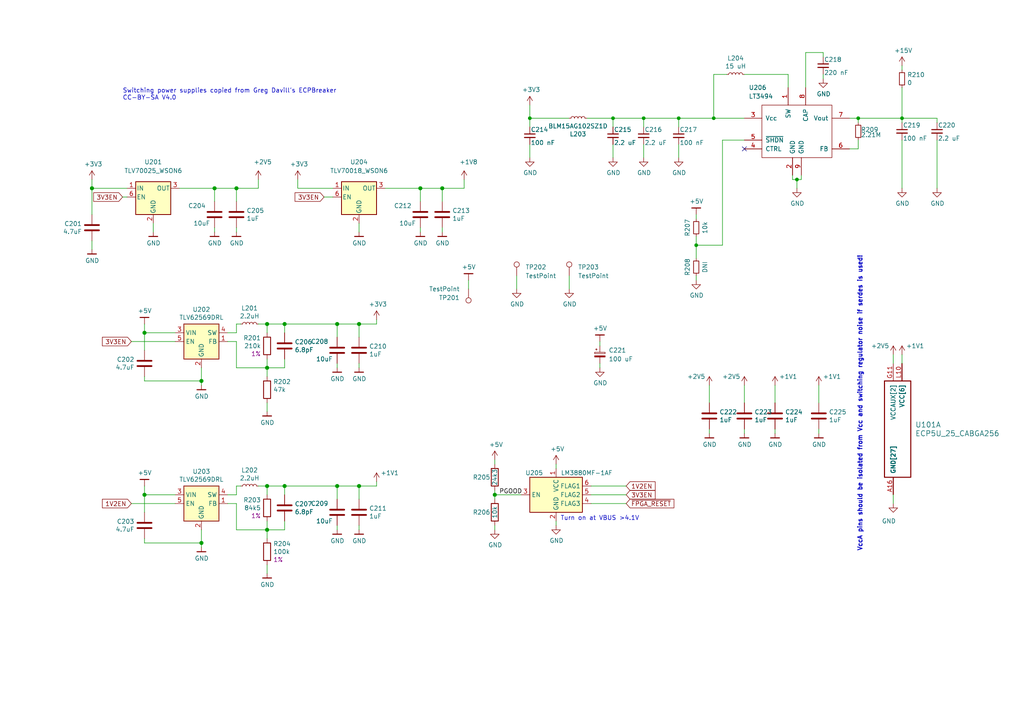
<source format=kicad_sch>
(kicad_sch (version 20201015) (generator eeschema)
  (paper "A4")
  (junction (at 26.67 54.61) (diameter 1.016))
  (junction (at 41.91 96.52) (diameter 1.016))
  (junction (at 41.91 143.51) (diameter 1.016))
  (junction (at 58.42 110.49) (diameter 1.016))
  (junction (at 58.42 157.48) (diameter 1.016))
  (junction (at 62.23 54.61) (diameter 1.016))
  (junction (at 68.58 54.61) (diameter 1.016))
  (junction (at 77.47 93.98) (diameter 1.016))
  (junction (at 77.47 106.68) (diameter 1.016))
  (junction (at 77.47 140.97) (diameter 1.016))
  (junction (at 77.47 153.67) (diameter 1.016))
  (junction (at 82.55 93.98) (diameter 1.016))
  (junction (at 82.55 140.97) (diameter 1.016))
  (junction (at 97.79 93.98) (diameter 1.016))
  (junction (at 97.79 140.97) (diameter 1.016))
  (junction (at 104.14 93.98) (diameter 1.016))
  (junction (at 104.14 140.97) (diameter 1.016))
  (junction (at 121.92 54.61) (diameter 1.016))
  (junction (at 128.27 54.61) (diameter 1.016))
  (junction (at 143.51 143.51) (diameter 1.016))
  (junction (at 153.67 34.29) (diameter 0.9144))
  (junction (at 177.8 34.29) (diameter 0.9144))
  (junction (at 186.69 34.29) (diameter 0.9144))
  (junction (at 196.85 34.29) (diameter 0.9144))
  (junction (at 201.93 71.12) (diameter 0.9144))
  (junction (at 207.01 34.29) (diameter 0.9144))
  (junction (at 231.14 52.07) (diameter 0.9144))
  (junction (at 248.92 34.29) (diameter 0.9144))
  (junction (at 261.62 34.29) (diameter 0.9144))
  (no_connect (at 215.9 43.18))
  (wire (pts (xy 26.67 52.07) (xy 26.67 54.61)))
  (wire (pts (xy 26.67 54.61) (xy 26.67 62.23)))
  (wire (pts (xy 26.67 54.61) (xy 36.83 54.61)))
  (wire (pts (xy 26.67 69.85) (xy 26.67 72.39)))
  (wire (pts (xy 35.56 57.15) (xy 36.83 57.15)))
  (wire (pts (xy 38.1 99.06) (xy 50.8 99.06)))
  (wire (pts (xy 38.1 146.05) (xy 50.8 146.05)))
  (wire (pts (xy 41.91 93.98) (xy 41.91 96.52)))
  (wire (pts (xy 41.91 96.52) (xy 41.91 101.6)))
  (wire (pts (xy 41.91 96.52) (xy 50.8 96.52)))
  (wire (pts (xy 41.91 109.22) (xy 41.91 110.49)))
  (wire (pts (xy 41.91 110.49) (xy 58.42 110.49)))
  (wire (pts (xy 41.91 140.97) (xy 41.91 143.51)))
  (wire (pts (xy 41.91 143.51) (xy 41.91 148.59)))
  (wire (pts (xy 41.91 143.51) (xy 50.8 143.51)))
  (wire (pts (xy 41.91 156.21) (xy 41.91 157.48)))
  (wire (pts (xy 41.91 157.48) (xy 58.42 157.48)))
  (wire (pts (xy 44.45 64.77) (xy 44.45 67.31)))
  (wire (pts (xy 52.07 54.61) (xy 62.23 54.61)))
  (wire (pts (xy 58.42 106.68) (xy 58.42 110.49)))
  (wire (pts (xy 58.42 110.49) (xy 58.42 111.76)))
  (wire (pts (xy 58.42 153.67) (xy 58.42 157.48)))
  (wire (pts (xy 58.42 157.48) (xy 58.42 158.75)))
  (wire (pts (xy 62.23 54.61) (xy 68.58 54.61)))
  (wire (pts (xy 62.23 58.42) (xy 62.23 54.61)))
  (wire (pts (xy 62.23 66.04) (xy 62.23 67.31)))
  (wire (pts (xy 68.58 54.61) (xy 68.58 58.42)))
  (wire (pts (xy 68.58 54.61) (xy 74.93 54.61)))
  (wire (pts (xy 68.58 66.04) (xy 68.58 67.31)))
  (wire (pts (xy 68.58 93.98) (xy 68.58 96.52)))
  (wire (pts (xy 68.58 93.98) (xy 69.85 93.98)))
  (wire (pts (xy 68.58 96.52) (xy 66.04 96.52)))
  (wire (pts (xy 68.58 99.06) (xy 66.04 99.06)))
  (wire (pts (xy 68.58 106.68) (xy 68.58 99.06)))
  (wire (pts (xy 68.58 140.97) (xy 68.58 143.51)))
  (wire (pts (xy 68.58 140.97) (xy 69.85 140.97)))
  (wire (pts (xy 68.58 143.51) (xy 66.04 143.51)))
  (wire (pts (xy 68.58 146.05) (xy 66.04 146.05)))
  (wire (pts (xy 68.58 153.67) (xy 68.58 146.05)))
  (wire (pts (xy 68.58 153.67) (xy 77.47 153.67)))
  (wire (pts (xy 74.93 52.07) (xy 74.93 54.61)))
  (wire (pts (xy 74.93 93.98) (xy 77.47 93.98)))
  (wire (pts (xy 74.93 140.97) (xy 77.47 140.97)))
  (wire (pts (xy 77.47 93.98) (xy 77.47 96.52)))
  (wire (pts (xy 77.47 93.98) (xy 82.55 93.98)))
  (wire (pts (xy 77.47 104.14) (xy 77.47 106.68)))
  (wire (pts (xy 77.47 106.68) (xy 68.58 106.68)))
  (wire (pts (xy 77.47 106.68) (xy 77.47 109.22)))
  (wire (pts (xy 77.47 116.84) (xy 77.47 119.38)))
  (wire (pts (xy 77.47 140.97) (xy 77.47 143.51)))
  (wire (pts (xy 77.47 140.97) (xy 82.55 140.97)))
  (wire (pts (xy 77.47 151.13) (xy 77.47 153.67)))
  (wire (pts (xy 77.47 153.67) (xy 77.47 156.21)))
  (wire (pts (xy 77.47 163.83) (xy 77.47 166.37)))
  (wire (pts (xy 82.55 93.98) (xy 82.55 96.52)))
  (wire (pts (xy 82.55 93.98) (xy 97.79 93.98)))
  (wire (pts (xy 82.55 104.14) (xy 82.55 106.68)))
  (wire (pts (xy 82.55 106.68) (xy 77.47 106.68)))
  (wire (pts (xy 82.55 140.97) (xy 82.55 143.51)))
  (wire (pts (xy 82.55 140.97) (xy 97.79 140.97)))
  (wire (pts (xy 82.55 151.13) (xy 82.55 153.67)))
  (wire (pts (xy 82.55 153.67) (xy 77.47 153.67)))
  (wire (pts (xy 86.36 52.07) (xy 86.36 54.61)))
  (wire (pts (xy 86.36 54.61) (xy 96.52 54.61)))
  (wire (pts (xy 96.52 57.15) (xy 93.98 57.15)))
  (wire (pts (xy 97.79 97.79) (xy 97.79 93.98)))
  (wire (pts (xy 97.79 105.41) (xy 97.79 106.68)))
  (wire (pts (xy 97.79 144.78) (xy 97.79 140.97)))
  (wire (pts (xy 97.79 152.4) (xy 97.79 153.67)))
  (wire (pts (xy 104.14 64.77) (xy 104.14 67.31)))
  (wire (pts (xy 104.14 93.98) (xy 97.79 93.98)))
  (wire (pts (xy 104.14 93.98) (xy 104.14 97.79)))
  (wire (pts (xy 104.14 93.98) (xy 109.22 93.98)))
  (wire (pts (xy 104.14 105.41) (xy 104.14 106.68)))
  (wire (pts (xy 104.14 140.97) (xy 97.79 140.97)))
  (wire (pts (xy 104.14 140.97) (xy 104.14 144.78)))
  (wire (pts (xy 104.14 140.97) (xy 109.22 140.97)))
  (wire (pts (xy 104.14 152.4) (xy 104.14 153.67)))
  (wire (pts (xy 109.22 93.98) (xy 109.22 92.71)))
  (wire (pts (xy 109.22 139.7) (xy 109.22 140.97)))
  (wire (pts (xy 111.76 54.61) (xy 121.92 54.61)))
  (wire (pts (xy 121.92 54.61) (xy 128.27 54.61)))
  (wire (pts (xy 121.92 58.42) (xy 121.92 54.61)))
  (wire (pts (xy 121.92 66.04) (xy 121.92 67.31)))
  (wire (pts (xy 128.27 54.61) (xy 128.27 58.42)))
  (wire (pts (xy 128.27 54.61) (xy 134.62 54.61)))
  (wire (pts (xy 128.27 66.04) (xy 128.27 67.31)))
  (wire (pts (xy 134.62 52.07) (xy 134.62 54.61)))
  (wire (pts (xy 135.89 81.28) (xy 135.89 83.82)))
  (wire (pts (xy 143.51 133.35) (xy 143.51 134.62)))
  (wire (pts (xy 143.51 142.24) (xy 143.51 143.51)))
  (wire (pts (xy 143.51 143.51) (xy 143.51 144.78)))
  (wire (pts (xy 143.51 143.51) (xy 151.13 143.51)))
  (wire (pts (xy 143.51 152.4) (xy 143.51 153.67)))
  (wire (pts (xy 149.86 80.01) (xy 149.86 83.82)))
  (wire (pts (xy 153.67 30.48) (xy 153.67 34.29)))
  (wire (pts (xy 153.67 34.29) (xy 153.67 36.83)))
  (wire (pts (xy 153.67 34.29) (xy 165.1 34.29)))
  (wire (pts (xy 153.67 41.91) (xy 153.67 45.72)))
  (wire (pts (xy 161.29 134.62) (xy 161.29 135.89)))
  (wire (pts (xy 161.29 151.13) (xy 161.29 152.4)))
  (wire (pts (xy 165.1 80.01) (xy 165.1 83.82)))
  (wire (pts (xy 170.18 34.29) (xy 177.8 34.29)))
  (wire (pts (xy 171.45 140.97) (xy 181.61 140.97)))
  (wire (pts (xy 171.45 143.51) (xy 181.61 143.51)))
  (wire (pts (xy 171.45 146.05) (xy 181.61 146.05)))
  (wire (pts (xy 173.99 99.06) (xy 173.99 100.33)))
  (wire (pts (xy 173.99 105.41) (xy 173.99 106.68)))
  (wire (pts (xy 177.8 34.29) (xy 177.8 36.83)))
  (wire (pts (xy 177.8 34.29) (xy 186.69 34.29)))
  (wire (pts (xy 177.8 45.72) (xy 177.8 41.91)))
  (wire (pts (xy 186.69 34.29) (xy 196.85 34.29)))
  (wire (pts (xy 186.69 36.83) (xy 186.69 34.29)))
  (wire (pts (xy 186.69 41.91) (xy 186.69 45.72)))
  (wire (pts (xy 196.85 34.29) (xy 196.85 36.83)))
  (wire (pts (xy 196.85 34.29) (xy 207.01 34.29)))
  (wire (pts (xy 196.85 41.91) (xy 196.85 45.72)))
  (wire (pts (xy 201.93 62.23) (xy 201.93 63.5)))
  (wire (pts (xy 201.93 71.12) (xy 201.93 68.58)))
  (wire (pts (xy 201.93 71.12) (xy 201.93 74.93)))
  (wire (pts (xy 201.93 71.12) (xy 209.55 71.12)))
  (wire (pts (xy 201.93 80.01) (xy 201.93 81.28)))
  (wire (pts (xy 205.74 111.76) (xy 205.74 116.84)))
  (wire (pts (xy 205.74 124.46) (xy 205.74 125.73)))
  (wire (pts (xy 207.01 21.59) (xy 207.01 34.29)))
  (wire (pts (xy 207.01 34.29) (xy 215.9 34.29)))
  (wire (pts (xy 209.55 40.64) (xy 215.9 40.64)))
  (wire (pts (xy 209.55 71.12) (xy 209.55 40.64)))
  (wire (pts (xy 210.82 21.59) (xy 207.01 21.59)))
  (wire (pts (xy 215.9 21.59) (xy 228.6 21.59)))
  (wire (pts (xy 215.9 111.76) (xy 215.9 116.84)))
  (wire (pts (xy 215.9 124.46) (xy 215.9 125.73)))
  (wire (pts (xy 224.79 111.76) (xy 224.79 116.84)))
  (wire (pts (xy 224.79 124.46) (xy 224.79 125.73)))
  (wire (pts (xy 228.6 21.59) (xy 228.6 25.4)))
  (wire (pts (xy 229.87 52.07) (xy 229.87 50.8)))
  (wire (pts (xy 231.14 52.07) (xy 229.87 52.07)))
  (wire (pts (xy 231.14 52.07) (xy 232.41 52.07)))
  (wire (pts (xy 231.14 54.61) (xy 231.14 52.07)))
  (wire (pts (xy 232.41 52.07) (xy 232.41 50.8)))
  (wire (pts (xy 233.68 15.24) (xy 238.76 15.24)))
  (wire (pts (xy 233.68 25.4) (xy 233.68 15.24)))
  (wire (pts (xy 237.49 111.76) (xy 237.49 116.84)))
  (wire (pts (xy 237.49 124.46) (xy 237.49 125.73)))
  (wire (pts (xy 238.76 15.24) (xy 238.76 16.51)))
  (wire (pts (xy 238.76 21.59) (xy 238.76 22.86)))
  (wire (pts (xy 246.38 34.29) (xy 248.92 34.29)))
  (wire (pts (xy 246.38 43.18) (xy 248.92 43.18)))
  (wire (pts (xy 248.92 34.29) (xy 248.92 35.56)))
  (wire (pts (xy 248.92 34.29) (xy 261.62 34.29)))
  (wire (pts (xy 248.92 43.18) (xy 248.92 40.64)))
  (wire (pts (xy 259.08 102.87) (xy 259.08 105.41)))
  (wire (pts (xy 259.08 143.51) (xy 259.08 146.05)))
  (wire (pts (xy 261.62 19.05) (xy 261.62 20.32)))
  (wire (pts (xy 261.62 25.4) (xy 261.62 34.29)))
  (wire (pts (xy 261.62 34.29) (xy 261.62 35.56)))
  (wire (pts (xy 261.62 34.29) (xy 271.78 34.29)))
  (wire (pts (xy 261.62 54.61) (xy 261.62 40.64)))
  (wire (pts (xy 261.62 102.87) (xy 261.62 105.41)))
  (wire (pts (xy 271.78 34.29) (xy 271.78 35.56)))
  (wire (pts (xy 271.78 40.64) (xy 271.78 54.61)))
  (text "Switching power supplies copied from Greg Davill's ECPBreaker\nCC-BY-SA V4.0" (at 35.56 29.21 0) (effects (font (size 1.27 1.27)) (justify left bottom)))
  (text "Turn on at VBUS >4.1V" (at 162.56 151.13 0) (effects (font (size 1.27 1.27)) (justify left bottom)))
  (text "VccA pins should be isolated from Vcc and switching regulator noise if serdes is used!" (at 250.19 160.02 90) (effects (font (size 1.27 1.27) (thickness 0.254) bold) (justify left bottom)))
  (label "PGOOD" (at 144.78 143.51 0))
  (global_label "3V3EN" (shape input) (at 35.56 57.15 180) (property "Intersheet References" "${INTERSHEET_REFS}" (effects hide)))
  (global_label "3V3EN" (shape input) (at 38.1 99.06 180) (property "Intersheet References" "${INTERSHEET_REFS}" (effects hide)))
  (global_label "1V2EN" (shape input) (at 38.1 146.05 180) (property "Intersheet References" "${INTERSHEET_REFS}" (effects hide)))
  (global_label "3V3EN" (shape input) (at 93.98 57.15 180) (property "Intersheet References" "${INTERSHEET_REFS}" (effects hide)))
  (global_label "1V2EN" (shape input) (at 181.61 140.97 0) (property "Intersheet References" "${INTERSHEET_REFS}" (effects hide)))
  (global_label "3V3EN" (shape input) (at 181.61 143.51 0) (property "Intersheet References" "${INTERSHEET_REFS}" (effects hide)))
  (global_label "~FPGA_RESET" (shape input) (at 181.61 146.05 0) (property "Intersheet References" "${INTERSHEET_REFS}" (effects hide)))
  (symbol (lib_id "Device:L_Small") (at 72.39 93.98 90) (unit 1)
    (property "Reference" "L201" (at 72.39 89.3888 90))
    (property "Value" "2.2uH" (at 72.39 91.6875 90))
    (property "Footprint" "Inductor_SMD:L_0805_2012Metric" (effects hide))
    (property "Mfg" "Sunltech Tech" (effects hide))
    (property "PN" "SLM20122R2MIT" (effects hide))
  )
  (symbol (lib_id "Device:L_Small") (at 72.39 140.97 90) (unit 1)
    (property "Reference" "L202" (at 72.39 136.3788 90))
    (property "Value" "2.2uH" (at 72.39 138.6775 90))
    (property "Footprint" "Inductor_SMD:L_0805_2012Metric" (effects hide))
    (property "Mfg" "Sunltech Tech" (effects hide))
    (property "PN" "SLM20122R2MIT" (effects hide))
  )
  (symbol (lib_id "Device:L_Small") (at 167.64 34.29 270) (mirror x) (unit 1)
    (property "Reference" "L203" (at 167.64 38.8874 90))
    (property "Value" "BLM15AG102SZ1D" (at 167.64 36.576 90))
    (property "Footprint" "Inductor_SMD:L_0402_1005Metric" (effects hide))
  )
  (symbol (lib_id "Device:L_Small") (at 213.36 21.59 90) (unit 1)
    (property "Reference" "L204" (at 213.36 16.891 90))
    (property "Value" "15 uH" (at 213.36 19.2024 90))
    (property "Footprint" "Inductor_SMD:L_1210_3225Metric" (effects hide))
  )
  (symbol (lib_id "gkl_power:GND") (at 26.67 72.39 0) (unit 1)
    (property "Reference" "#PWR0129" (effects hide))
    (property "Value" "GND" (at 26.7462 75.5904 0))
  )
  (symbol (lib_id "gkl_power:GND") (at 44.45 67.31 0) (unit 1)
    (property "Reference" "#PWR0112" (effects hide))
    (property "Value" "GND" (at 44.5262 70.5104 0))
  )
  (symbol (lib_id "gkl_power:GND") (at 58.42 111.76 0) (unit 1)
    (property "Reference" "#PWR0119" (effects hide))
    (property "Value" "GND" (at 58.4962 114.9604 0))
  )
  (symbol (lib_id "gkl_power:GND") (at 58.42 158.75 0) (unit 1)
    (property "Reference" "#PWR0105" (effects hide))
    (property "Value" "GND" (at 58.4962 161.9504 0))
  )
  (symbol (lib_id "gkl_power:GND") (at 62.23 67.31 0) (unit 1)
    (property "Reference" "#PWR0113" (effects hide))
    (property "Value" "GND" (at 62.3062 70.5104 0))
  )
  (symbol (lib_id "gkl_power:GND") (at 68.58 67.31 0) (unit 1)
    (property "Reference" "#PWR0114" (effects hide))
    (property "Value" "GND" (at 68.6562 70.5104 0))
  )
  (symbol (lib_id "gkl_power:GND") (at 77.47 119.38 0) (unit 1)
    (property "Reference" "#PWR0110" (effects hide))
    (property "Value" "GND" (at 77.5462 122.5804 0))
  )
  (symbol (lib_id "gkl_power:GND") (at 77.47 166.37 0) (unit 1)
    (property "Reference" "#PWR0106" (effects hide))
    (property "Value" "GND" (at 77.5462 169.5704 0))
  )
  (symbol (lib_id "gkl_power:GND") (at 97.79 106.68 0) (unit 1)
    (property "Reference" "#PWR0126" (effects hide))
    (property "Value" "GND" (at 97.8662 109.8804 0))
  )
  (symbol (lib_id "gkl_power:GND") (at 97.79 153.67 0) (unit 1)
    (property "Reference" "#PWR0104" (effects hide))
    (property "Value" "GND" (at 97.8662 156.8704 0))
  )
  (symbol (lib_id "gkl_power:GND") (at 104.14 67.31 0) (unit 1)
    (property "Reference" "#PWR0115" (effects hide))
    (property "Value" "GND" (at 104.2162 70.5104 0))
  )
  (symbol (lib_id "gkl_power:GND") (at 104.14 106.68 0) (unit 1)
    (property "Reference" "#PWR0125" (effects hide))
    (property "Value" "GND" (at 104.2162 109.8804 0))
  )
  (symbol (lib_id "gkl_power:GND") (at 104.14 153.67 0) (unit 1)
    (property "Reference" "#PWR0103" (effects hide))
    (property "Value" "GND" (at 104.2162 156.8704 0))
  )
  (symbol (lib_id "gkl_power:GND") (at 121.92 67.31 0) (unit 1)
    (property "Reference" "#PWR0116" (effects hide))
    (property "Value" "GND" (at 121.9962 70.5104 0))
  )
  (symbol (lib_id "gkl_power:GND") (at 128.27 67.31 0) (unit 1)
    (property "Reference" "#PWR0117" (effects hide))
    (property "Value" "GND" (at 128.3462 70.5104 0))
  )
  (symbol (lib_id "gkl_power:GND") (at 205.74 125.73 0) (unit 1)
    (property "Reference" "#PWR0304" (effects hide))
    (property "Value" "GND" (at 205.8162 128.9304 0))
  )
  (symbol (lib_id "gkl_power:GND") (at 215.9 125.73 0) (unit 1)
    (property "Reference" "#PWR0308" (effects hide))
    (property "Value" "GND" (at 215.9762 128.9304 0))
  )
  (symbol (lib_id "gkl_power:GND") (at 224.79 125.73 0) (unit 1)
    (property "Reference" "#PWR0307" (effects hide))
    (property "Value" "GND" (at 224.8662 128.9304 0))
  )
  (symbol (lib_id "gkl_power:GND") (at 237.49 125.73 0) (unit 1)
    (property "Reference" "#PWR0310" (effects hide))
    (property "Value" "GND" (at 237.5662 128.9304 0))
  )
  (symbol (lib_id "Connector:TestPoint") (at 135.89 83.82 180) (unit 1)
    (property "Reference" "TP201" (at 133.35 86.36 0) (effects (justify left)))
    (property "Value" "TestPoint" (at 133.35 83.82 0) (effects (justify left)))
    (property "Footprint" "TestPoint:TestPoint_Keystone_5015_Micro-Minature" (effects hide))
  )
  (symbol (lib_id "Connector:TestPoint") (at 149.86 80.01 0) (unit 1)
    (property "Reference" "TP202" (at 152.4 77.47 0) (effects (justify left)))
    (property "Value" "TestPoint" (at 152.4 80.01 0) (effects (justify left)))
    (property "Footprint" "TestPoint:TestPoint_Keystone_5015_Micro-Minature" (effects hide))
  )
  (symbol (lib_id "Connector:TestPoint") (at 165.1 80.01 0) (unit 1)
    (property "Reference" "TP203" (at 167.64 77.47 0) (effects (justify left)))
    (property "Value" "TestPoint" (at 167.64 80.01 0) (effects (justify left)))
    (property "Footprint" "TestPoint:TestPoint_Keystone_5015_Micro-Minature" (effects hide))
  )
  (symbol (lib_id "power:+3V3") (at 26.67 52.07 0) (unit 1)
    (property "Reference" "#PWR0128" (effects hide))
    (property "Value" "+3V3" (at 27.051 47.5996 0))
  )
  (symbol (lib_id "power:+2V5") (at 74.93 52.07 0) (unit 1)
    (property "Reference" "#PWR0130" (effects hide))
    (property "Value" "+2V5" (at 76.2 46.99 0))
  )
  (symbol (lib_id "power:+3V3") (at 86.36 52.07 0) (unit 1)
    (property "Reference" "#PWR0131" (effects hide))
    (property "Value" "+3V3" (at 86.741 47.5996 0))
  )
  (symbol (lib_id "power:+3V3") (at 109.22 92.71 0) (unit 1)
    (property "Reference" "#PWR0118" (effects hide))
    (property "Value" "+3V3" (at 109.601 88.2396 0))
  )
  (symbol (lib_id "power:+1V1") (at 109.22 139.7 0) (mirror y) (unit 1)
    (property "Reference" "#PWR0124" (effects hide))
    (property "Value" "+1V1" (at 113.03 137.16 0))
  )
  (symbol (lib_id "power:+1V8") (at 134.62 52.07 0) (unit 1)
    (property "Reference" "#PWR0132" (effects hide))
    (property "Value" "+1V8" (at 135.89 46.99 0))
  )
  (symbol (lib_id "power:+5V") (at 143.51 133.35 0) (unit 1)
    (property "Reference" "#PWR0108" (effects hide))
    (property "Value" "+5V" (at 143.891 128.9558 0))
  )
  (symbol (lib_id "power:+3V3") (at 153.67 30.48 0) (unit 1)
    (property "Reference" "#PWR0228" (effects hide))
    (property "Value" "+3V3" (at 154.051 26.0096 0))
  )
  (symbol (lib_id "power:+5V") (at 161.29 134.62 0) (unit 1)
    (property "Reference" "#PWR0120" (effects hide))
    (property "Value" "+5V" (at 161.671 130.2258 0))
  )
  (symbol (lib_id "power:+2V5") (at 205.74 111.76 0) (mirror y) (unit 1)
    (property "Reference" "#PWR0306" (effects hide))
    (property "Value" "+2V5" (at 201.93 109.22 0))
  )
  (symbol (lib_id "power:+2V5") (at 215.9 111.76 0) (mirror y) (unit 1)
    (property "Reference" "#PWR0305" (effects hide))
    (property "Value" "+2V5" (at 212.09 109.22 0))
  )
  (symbol (lib_id "power:+1V1") (at 224.79 111.76 0) (mirror y) (unit 1)
    (property "Reference" "#PWR0311" (effects hide))
    (property "Value" "+1V1" (at 228.6 109.22 0))
  )
  (symbol (lib_id "power:+1V1") (at 237.49 111.76 0) (mirror y) (unit 1)
    (property "Reference" "#PWR0309" (effects hide))
    (property "Value" "+1V1" (at 241.3 109.22 0))
  )
  (symbol (lib_id "power:+2V5") (at 259.08 102.87 0) (mirror y) (unit 1)
    (property "Reference" "#PWR0122" (effects hide))
    (property "Value" "+2V5" (at 255.27 100.33 0))
  )
  (symbol (lib_id "power:+15V") (at 261.62 19.05 0) (unit 1)
    (property "Reference" "#PWR0236" (effects hide))
    (property "Value" "+15V" (at 262.001 14.6558 0))
  )
  (symbol (lib_id "power:+1V1") (at 261.62 102.87 0) (mirror y) (unit 1)
    (property "Reference" "#PWR0121" (effects hide))
    (property "Value" "+1V1" (at 265.43 100.33 0))
  )
  (symbol (lib_id "gkl_power:+5V") (at 41.91 93.98 0) (unit 1)
    (property "Reference" "#PWR0127" (effects hide))
    (property "Value" "+5V" (at 41.9862 90.1446 0))
  )
  (symbol (lib_id "gkl_power:+5V") (at 41.91 140.97 0) (unit 1)
    (property "Reference" "#PWR0111" (effects hide))
    (property "Value" "+5V" (at 41.9862 137.1346 0))
  )
  (symbol (lib_id "gkl_power:+5V") (at 135.89 81.28 0) (unit 1)
    (property "Reference" "#PWR0296" (effects hide))
    (property "Value" "+5V" (at 135.9662 77.4446 0))
  )
  (symbol (lib_id "gkl_power:+5V") (at 173.99 99.06 0) (unit 1)
    (property "Reference" "#PWR0299" (effects hide))
    (property "Value" "+5V" (at 174.0662 95.2246 0))
  )
  (symbol (lib_id "gkl_power:+5V") (at 201.93 62.23 0) (unit 1)
    (property "Reference" "#PWR0230" (effects hide))
    (property "Value" "+5V" (at 202.0062 58.3946 0))
  )
  (symbol (lib_id "power:GND") (at 143.51 153.67 0) (unit 1)
    (property "Reference" "#PWR0107" (effects hide))
    (property "Value" "GND" (at 143.637 158.0642 0))
  )
  (symbol (lib_id "power:GND") (at 149.86 83.82 0) (unit 1)
    (property "Reference" "#PWR0295" (effects hide))
    (property "Value" "GND" (at 149.987 88.2142 0))
  )
  (symbol (lib_id "power:GND") (at 153.67 45.72 0) (unit 1)
    (property "Reference" "#PWR0226" (effects hide))
    (property "Value" "GND" (at 153.797 50.1142 0))
  )
  (symbol (lib_id "power:GND") (at 161.29 152.4 0) (unit 1)
    (property "Reference" "#PWR0109" (effects hide))
    (property "Value" "GND" (at 161.417 156.7942 0))
  )
  (symbol (lib_id "power:GND") (at 165.1 83.82 0) (unit 1)
    (property "Reference" "#PWR0273" (effects hide))
    (property "Value" "GND" (at 165.227 88.2142 0))
  )
  (symbol (lib_id "power:GND") (at 173.99 106.68 0) (unit 1)
    (property "Reference" "#PWR0298" (effects hide))
    (property "Value" "GND" (at 174.117 111.0742 0))
  )
  (symbol (lib_id "power:GND") (at 177.8 45.72 0) (unit 1)
    (property "Reference" "#PWR0227" (effects hide))
    (property "Value" "GND" (at 177.927 50.1142 0))
  )
  (symbol (lib_id "power:GND") (at 186.69 45.72 0) (unit 1)
    (property "Reference" "#PWR0231" (effects hide))
    (property "Value" "GND" (at 186.817 50.1142 0))
  )
  (symbol (lib_id "power:GND") (at 196.85 45.72 0) (unit 1)
    (property "Reference" "#PWR0232" (effects hide))
    (property "Value" "GND" (at 196.977 50.1142 0))
  )
  (symbol (lib_id "power:GND") (at 201.93 81.28 0) (unit 1)
    (property "Reference" "#PWR0102" (effects hide))
    (property "Value" "GND" (at 202.057 85.6742 0))
  )
  (symbol (lib_id "power:GND") (at 231.14 54.61 0) (unit 1)
    (property "Reference" "#PWR0229" (effects hide))
    (property "Value" "GND" (at 231.267 59.0042 0))
  )
  (symbol (lib_id "power:GND") (at 238.76 22.86 0) (unit 1)
    (property "Reference" "#PWR0235" (effects hide))
    (property "Value" "GND" (at 238.887 27.2542 0))
  )
  (symbol (lib_id "power:GND") (at 259.08 146.05 0) (mirror y) (unit 1)
    (property "Reference" "#PWR0123" (effects hide))
    (property "Value" "GND" (at 257.81 151.13 0))
  )
  (symbol (lib_id "power:GND") (at 261.62 54.61 0) (unit 1)
    (property "Reference" "#PWR0233" (effects hide))
    (property "Value" "GND" (at 261.747 59.0042 0))
  )
  (symbol (lib_id "power:GND") (at 271.78 54.61 0) (unit 1)
    (property "Reference" "#PWR0234" (effects hide))
    (property "Value" "GND" (at 271.907 59.0042 0))
  )
  (symbol (lib_id "Device:R_Small") (at 201.93 66.04 0) (unit 1)
    (property "Reference" "R207" (at 199.39 66.04 90))
    (property "Value" "10k" (at 204.47 66.04 90))
    (property "Footprint" "Resistor_SMD:R_0402_1005Metric" (effects hide))
  )
  (symbol (lib_id "Device:R_Small") (at 201.93 77.47 0) (unit 1)
    (property "Reference" "R208" (at 199.39 77.47 90))
    (property "Value" "DNI" (at 204.47 77.47 90))
    (property "Footprint" "Resistor_SMD:R_0402_1005Metric" (effects hide))
  )
  (symbol (lib_id "Device:R_Small") (at 248.92 38.1 0) (unit 1)
    (property "Reference" "R209" (at 249.682 37.592 0) (effects (justify left)))
    (property "Value" "2.21M" (at 249.682 39.116 0) (effects (justify left)))
    (property "Footprint" "Resistor_SMD:R_0402_1005Metric" (effects hide))
  )
  (symbol (lib_id "Device:R_Small") (at 261.62 22.86 180) (unit 1)
    (property "Reference" "R210" (at 263.1186 21.6916 0) (effects (justify right)))
    (property "Value" "0" (at 263.1186 24.003 0) (effects (justify right)))
    (property "Footprint" "Resistor_SMD:R_0603_1608Metric" (effects hide))
  )
  (symbol (lib_id "Device:C_Polarized_Small") (at 173.99 102.87 0) (unit 1)
    (property "Reference" "C221" (at 176.53 101.6 0) (effects (justify left)))
    (property "Value" "100 uF" (at 176.53 104.14 0) (effects (justify left)))
    (property "Footprint" "Capacitor_SMD:CP_Elec_6.3x5.8" (effects hide))
  )
  (symbol (lib_name "Device:R_3") (lib_id "Device:R") (at 77.47 100.33 180) (unit 1)
    (property "Reference" "R201" (at 75.692 98.0313 0) (effects (justify left)))
    (property "Value" "210k" (at 75.692 100.33 0) (effects (justify left)))
    (property "Footprint" "Resistor_SMD:R_0402_1005Metric" (effects hide))
    (property "PN" "RC0402FR-07210KL" (effects hide))
    (property "Mfg" "Yageo" (effects hide))
    (property "Tol" "1%" (at 75.692 102.6287 0) (effects (justify left)))
  )
  (symbol (lib_name "Device:R_4") (lib_id "Device:R") (at 77.47 113.03 180) (unit 1)
    (property "Reference" "R202" (at 79.2481 110.7313 0) (effects (justify right)))
    (property "Value" "47k" (at 79.2481 113.03 0) (effects (justify right)))
    (property "Footprint" "Resistor_SMD:R_0402_1005Metric" (effects hide))
    (property "PN" "RC0402FR-0747KL" (effects hide))
    (property "Mfg" "Yageo" (effects hide))
  )
  (symbol (lib_name "Device:R_6") (lib_id "Device:R") (at 77.47 147.32 180) (unit 1)
    (property "Reference" "R203" (at 75.692 145.0213 0) (effects (justify left)))
    (property "Value" "84k5" (at 75.692 147.32 0) (effects (justify left)))
    (property "Footprint" "Resistor_SMD:R_0402_1005Metric" (effects hide))
    (property "PN" "RC0402FR-0784K5L" (effects hide))
    (property "Mfg" "Yageo" (effects hide))
    (property "Tol" "1%" (at 75.692 149.6187 0) (effects (justify left)))
  )
  (symbol (lib_name "Device:R_5") (lib_id "Device:R") (at 77.47 160.02 180) (unit 1)
    (property "Reference" "R204" (at 79.2481 157.7213 0) (effects (justify right)))
    (property "Value" "100k" (at 79.2481 160.02 0) (effects (justify right)))
    (property "Footprint" "Resistor_SMD:R_0402_1005Metric" (effects hide))
    (property "PN" "RC0402FR-07100KL" (effects hide))
    (property "Mfg" "Yageo" (effects hide))
    (property "Tol" "1%" (at 79.2481 162.3187 0) (effects (justify right)))
  )
  (symbol (lib_id "Device:R") (at 143.51 138.43 0) (mirror x) (unit 1)
    (property "Reference" "R205" (at 142.24 138.43 0) (effects (justify right)))
    (property "Value" "24k3" (at 143.51 138.43 90))
    (property "Footprint" "Resistor_SMD:R_0402_1005Metric" (effects hide))
    (property "Datasheet" "https://www.mouser.com/datasheet/2/447/PYu-RC_Group_51_RoHS_L_10-1527934.pdf" (effects hide))
    (property "Mfg" "Yageo" (effects hide))
    (property "MPN" "RC0402FR-1324K3L" (effects hide))
    (property "1b2-bom-key" "res-0402-24k3" (effects hide))
  )
  (symbol (lib_id "Device:R") (at 143.51 148.59 0) (mirror x) (unit 1)
    (property "Reference" "R206" (at 142.24 148.59 0) (effects (justify right)))
    (property "Value" "10k" (at 143.51 148.59 90))
    (property "Footprint" "Resistor_SMD:R_0402_1005Metric" (effects hide))
    (property "Datasheet" "https://www.mouser.com/datasheet/2/447/PYu-RC_Group_51_RoHS_L_10-1527934.pdf" (effects hide))
    (property "Mfg" "Yageo" (effects hide))
    (property "MPN" "RC0402FR-1310KL" (effects hide))
    (property "1b2-bom-key" "res-0402-10k" (effects hide))
  )
  (symbol (lib_id "Device:C_Small") (at 153.67 39.37 0) (unit 1)
    (property "Reference" "C214" (at 153.924 37.592 0) (effects (justify left)))
    (property "Value" "100 nF" (at 153.924 41.402 0) (effects (justify left)))
    (property "Footprint" "Capacitor_SMD:C_0402_1005Metric" (effects hide))
  )
  (symbol (lib_id "Device:C_Small") (at 177.8 39.37 0) (unit 1)
    (property "Reference" "C215" (at 178.054 37.592 0) (effects (justify left)))
    (property "Value" "2.2 uF" (at 178.054 41.402 0) (effects (justify left)))
    (property "Footprint" "Capacitor_SMD:C_0603_1608Metric" (effects hide))
  )
  (symbol (lib_id "Device:C_Small") (at 186.69 39.37 0) (unit 1)
    (property "Reference" "C216" (at 186.944 37.592 0) (effects (justify left)))
    (property "Value" "2.2 uF" (at 186.944 41.402 0) (effects (justify left)))
    (property "Footprint" "Capacitor_SMD:C_0603_1608Metric" (effects hide))
  )
  (symbol (lib_id "Device:C_Small") (at 196.85 39.37 0) (unit 1)
    (property "Reference" "C217" (at 197.104 37.592 0) (effects (justify left)))
    (property "Value" "100 nF" (at 197.104 41.402 0) (effects (justify left)))
    (property "Footprint" "Capacitor_SMD:C_0402_1005Metric" (effects hide))
  )
  (symbol (lib_id "Device:C_Small") (at 238.76 19.05 0) (unit 1)
    (property "Reference" "C218" (at 239.014 17.272 0) (effects (justify left)))
    (property "Value" "220 nF" (at 239.014 21.082 0) (effects (justify left)))
    (property "Footprint" "Capacitor_SMD:C_0603_1608Metric" (effects hide))
  )
  (symbol (lib_id "Device:C_Small") (at 261.62 38.1 0) (unit 1)
    (property "Reference" "C219" (at 261.874 36.322 0) (effects (justify left)))
    (property "Value" "100 nF" (at 261.874 40.132 0) (effects (justify left)))
    (property "Footprint" "Capacitor_SMD:C_0603_1608Metric" (effects hide))
  )
  (symbol (lib_id "Device:C_Small") (at 271.78 38.1 0) (unit 1)
    (property "Reference" "C220" (at 272.034 36.322 0) (effects (justify left)))
    (property "Value" "2.2 uF" (at 272.034 40.132 0) (effects (justify left)))
    (property "Footprint" "Capacitor_SMD:C_0603_1608Metric" (effects hide))
  )
  (symbol (lib_id "Device:C") (at 26.67 66.04 0) (mirror y) (unit 1)
    (property "Reference" "C201" (at 23.749 64.897 0) (effects (justify left)))
    (property "Value" "4.7uF" (at 23.749 67.183 0) (effects (justify left)))
    (property "Footprint" "Capacitor_SMD:C_0402_1005Metric" (effects hide))
    (property "Mfg" "Yageo" (effects hide))
    (property "PN" "CC0402KRX5R6BB475" (effects hide))
  )
  (symbol (lib_id "Device:C") (at 41.91 105.41 0) (mirror y) (unit 1)
    (property "Reference" "C202" (at 38.989 104.267 0) (effects (justify left)))
    (property "Value" "4.7uF" (at 38.989 106.553 0) (effects (justify left)))
    (property "Footprint" "Capacitor_SMD:C_0402_1005Metric" (effects hide))
    (property "Mfg" "Yageo" (effects hide))
    (property "PN" "CC0402KRX5R6BB475" (effects hide))
  )
  (symbol (lib_id "Device:C") (at 41.91 152.4 0) (mirror y) (unit 1)
    (property "Reference" "C203" (at 38.989 151.257 0) (effects (justify left)))
    (property "Value" "4.7uF" (at 38.989 153.543 0) (effects (justify left)))
    (property "Footprint" "Capacitor_SMD:C_0402_1005Metric" (effects hide))
    (property "Mfg" "Yageo" (effects hide))
    (property "PN" "CC0402KRX5R6BB475" (effects hide))
  )
  (symbol (lib_id "Device:C") (at 62.23 62.23 0) (unit 1)
    (property "Reference" "C204" (at 59.69 59.69 0) (effects (justify right)))
    (property "Value" "10uF" (at 60.96 64.77 0) (effects (justify right)))
    (property "Footprint" "Capacitor_SMD:C_0603_1608Metric" (effects hide))
    (property "Mfg" "Yageo" (effects hide))
    (property "PN" "CC0603KRX5R5BB106" (effects hide))
  )
  (symbol (lib_id "Device:C") (at 68.58 62.23 0) (mirror y) (unit 1)
    (property "Reference" "C205" (at 71.501 61.087 0) (effects (justify right)))
    (property "Value" "1uF" (at 71.501 63.373 0) (effects (justify right)))
    (property "Footprint" "Capacitor_SMD:C_0402_1005Metric" (effects hide))
    (property "Mfg" "Yageo" (effects hide))
    (property "PN" "CC0402KRX5R6BB105" (effects hide))
  )
  (symbol (lib_id "Device:C") (at 82.55 100.33 0) (unit 1)
    (property "Reference" "C206" (at 85.4711 99.1806 0) (effects (justify left)))
    (property "Value" "6.8pF" (at 85.4711 101.4793 0) (effects (justify left)))
    (property "Footprint" "Capacitor_SMD:C_0402_1005Metric" (effects hide))
    (property "Mfg" "Yageo" (effects hide))
    (property "PN" "CC0402CRNPO9BN6R8" (effects hide))
  )
  (symbol (lib_id "Device:C") (at 82.55 147.32 0) (unit 1)
    (property "Reference" "C207" (at 85.4711 146.1706 0) (effects (justify left)))
    (property "Value" "6.8pF" (at 85.4711 148.4693 0) (effects (justify left)))
    (property "Footprint" "Capacitor_SMD:C_0402_1005Metric" (effects hide))
    (property "Mfg" "Yageo" (effects hide))
    (property "PN" "CC0402CRNPO9BN6R8" (effects hide))
  )
  (symbol (lib_id "Device:C") (at 97.79 101.6 0) (unit 1)
    (property "Reference" "C208" (at 95.25 99.06 0) (effects (justify right)))
    (property "Value" "10uF" (at 96.52 104.14 0) (effects (justify right)))
    (property "Footprint" "Capacitor_SMD:C_0603_1608Metric" (effects hide))
    (property "Mfg" "Yageo" (effects hide))
    (property "PN" "CC0603KRX5R5BB106" (effects hide))
  )
  (symbol (lib_id "Device:C") (at 97.79 148.59 0) (unit 1)
    (property "Reference" "C209" (at 95.25 146.05 0) (effects (justify right)))
    (property "Value" "10uF" (at 96.52 151.13 0) (effects (justify right)))
    (property "Footprint" "Capacitor_SMD:C_0603_1608Metric" (effects hide))
    (property "Mfg" "Yageo" (effects hide))
    (property "PN" "CC0603KRX5R5BB106" (effects hide))
  )
  (symbol (lib_id "Device:C") (at 104.14 101.6 0) (mirror y) (unit 1)
    (property "Reference" "C210" (at 107.061 100.457 0) (effects (justify right)))
    (property "Value" "1uF" (at 107.061 102.743 0) (effects (justify right)))
    (property "Footprint" "Capacitor_SMD:C_0402_1005Metric" (effects hide))
    (property "Mfg" "Yageo" (effects hide))
    (property "PN" "CC0402KRX5R6BB105" (effects hide))
  )
  (symbol (lib_id "Device:C") (at 104.14 148.59 0) (mirror y) (unit 1)
    (property "Reference" "C211" (at 107.061 147.447 0) (effects (justify right)))
    (property "Value" "1uF" (at 107.061 149.733 0) (effects (justify right)))
    (property "Footprint" "Capacitor_SMD:C_0402_1005Metric" (effects hide))
    (property "Mfg" "Yageo" (effects hide))
    (property "PN" "CC0402KRX5R6BB105" (effects hide))
  )
  (symbol (lib_id "Device:C") (at 121.92 62.23 0) (unit 1)
    (property "Reference" "C212" (at 119.38 59.69 0) (effects (justify right)))
    (property "Value" "10uF" (at 120.65 64.77 0) (effects (justify right)))
    (property "Footprint" "Capacitor_SMD:C_0603_1608Metric" (effects hide))
    (property "Mfg" "Yageo" (effects hide))
    (property "PN" "CC0603KRX5R5BB106" (effects hide))
  )
  (symbol (lib_id "Device:C") (at 128.27 62.23 0) (mirror y) (unit 1)
    (property "Reference" "C213" (at 131.191 61.087 0) (effects (justify right)))
    (property "Value" "1uF" (at 131.191 63.373 0) (effects (justify right)))
    (property "Footprint" "Capacitor_SMD:C_0402_1005Metric" (effects hide))
    (property "Mfg" "Yageo" (effects hide))
    (property "PN" "CC0402KRX5R6BB105" (effects hide))
  )
  (symbol (lib_id "Device:C") (at 205.74 120.65 0) (mirror y) (unit 1)
    (property "Reference" "C222" (at 208.661 119.507 0) (effects (justify right)))
    (property "Value" "1uF" (at 208.661 121.793 0) (effects (justify right)))
    (property "Footprint" "Capacitor_SMD:C_0402_1005Metric" (effects hide))
    (property "Mfg" "Yageo" (effects hide))
    (property "PN" "CC0402KRX5R6BB105" (effects hide))
  )
  (symbol (lib_id "Device:C") (at 215.9 120.65 0) (mirror y) (unit 1)
    (property "Reference" "C223" (at 218.821 119.507 0) (effects (justify right)))
    (property "Value" "1uF" (at 218.821 121.793 0) (effects (justify right)))
    (property "Footprint" "Capacitor_SMD:C_0402_1005Metric" (effects hide))
    (property "Mfg" "Yageo" (effects hide))
    (property "PN" "CC0402KRX5R6BB105" (effects hide))
  )
  (symbol (lib_id "Device:C") (at 224.79 120.65 0) (mirror y) (unit 1)
    (property "Reference" "C224" (at 227.711 119.507 0) (effects (justify right)))
    (property "Value" "1uF" (at 227.711 121.793 0) (effects (justify right)))
    (property "Footprint" "Capacitor_SMD:C_0402_1005Metric" (effects hide))
    (property "Mfg" "Yageo" (effects hide))
    (property "PN" "CC0402KRX5R6BB105" (effects hide))
  )
  (symbol (lib_id "Device:C") (at 237.49 120.65 0) (mirror y) (unit 1)
    (property "Reference" "C225" (at 240.411 119.507 0) (effects (justify right)))
    (property "Value" "1uF" (at 240.411 121.793 0) (effects (justify right)))
    (property "Footprint" "Capacitor_SMD:C_0402_1005Metric" (effects hide))
    (property "Mfg" "Yageo" (effects hide))
    (property "PN" "CC0402KRX5R6BB105" (effects hide))
  )
  (symbol (lib_id "Regulator_Linear:TLV70025_WSON6") (at 44.45 57.15 0) (unit 1)
    (property "Reference" "U201" (at 44.45 46.99 0))
    (property "Value" "TLV70025_WSON6" (at 44.45 49.53 0))
    (property "Footprint" "Package_SON:WSON-6_1.5x1.5mm_P0.5mm" (effects hide))
    (property "Datasheet" "http://www.ti.com/lit/ds/symlink/tlv700.pdf" (effects hide))
  )
  (symbol (lib_id "Regulator_Linear:TLV70018_WSON6") (at 104.14 57.15 0) (unit 1)
    (property "Reference" "U204" (at 104.14 46.99 0))
    (property "Value" "TLV70018_WSON6" (at 104.14 49.53 0))
    (property "Footprint" "Package_SON:WSON-6_1.5x1.5mm_P0.5mm" (effects hide))
    (property "Datasheet" "http://www.ti.com/lit/ds/symlink/tlv700.pdf" (effects hide))
  )
  (symbol (lib_id "Regulator_Switching:TLV62569DRL") (at 58.42 99.06 0) (unit 1)
    (property "Reference" "U202" (at 58.42 89.7698 0))
    (property "Value" "TLV62569DRL" (at 58.42 92.0685 0))
    (property "Footprint" "Package_TO_SOT_SMD:SOT-666" (effects hide))
    (property "Datasheet" "http://www.ti.com/lit/ds/symlink/tlv62569.pdf" (effects hide))
    (property "Mfg" "Texas Instruments" (effects hide))
    (property "PN" "TLV62569DRLR" (effects hide))
  )
  (symbol (lib_id "Regulator_Switching:TLV62569DRL") (at 58.42 146.05 0) (unit 1)
    (property "Reference" "U203" (at 58.42 136.7598 0))
    (property "Value" "TLV62569DRL" (at 58.42 139.0585 0))
    (property "Footprint" "Package_TO_SOT_SMD:SOT-666" (effects hide))
    (property "Datasheet" "http://www.ti.com/lit/ds/symlink/tlv62569.pdf" (effects hide))
    (property "Mfg" "Texas Instruments" (effects hide))
    (property "PN" "TLV62569DRLR" (effects hide))
  )
  (symbol (lib_id "Lattice_ECP5:ECP5U_25_CABGA256") (at 251.46 128.27 0) (unit 1)
    (property "Reference" "U101" (at 265.43 123.19 0) (effects (font (size 1.524 1.524)) (justify left)))
    (property "Value" "ECP5U_25_CABGA256" (at 265.43 125.73 0) (effects (font (size 1.524 1.524)) (justify left)))
    (property "Footprint" "Package_BGA:BGA-256_14.0x14.0mm_Layout16x16_P0.8mm_Ball0.45mm_Pad0.32mm_NSMD" (effects hide))
    (property "manf#" "ECP5U_25" (effects hide))
  )
  (symbol (lib_id "Power_Supervisor:LM3880") (at 161.29 143.51 0) (unit 1)
    (property "Reference" "U205" (at 154.94 137.16 0))
    (property "Value" "LM3880MF-1AF" (at 170.18 137.16 0))
    (property "Footprint" "Package_TO_SOT_SMD:SOT-23-6" (effects hide))
    (property "Datasheet" "http://www.ti.com/lit/ds/symlink/lm3880.pdf" (effects hide))
    (property "Mfg" "Texas Instruments" (effects hide))
    (property "MPN" "LM3880MFX-1AF/NOPB" (effects hide))
    (property "1b2-bom-key" "ic-sot23-6-lm3880mf-1af" (effects hide))
  )
  (symbol (lib_id "vna_mm:LT3494") (at 231.14 38.1 0) (unit 1)
    (property "Reference" "U206" (at 217.17 25.4 0) (effects (justify left)))
    (property "Value" "LT3494" (at 217.17 27.94 0) (effects (justify left)))
    (property "Footprint" "Package_DFN_QFN:DFN-8-1EP_2x3mm_P0.5mm_EP0.61x2.2mm" (effects hide))
    (property "Datasheet" "https://www.analog.com/media/en/technical-documentation/data-sheets/3494fb.pdf" (effects hide))
  )
)
</source>
